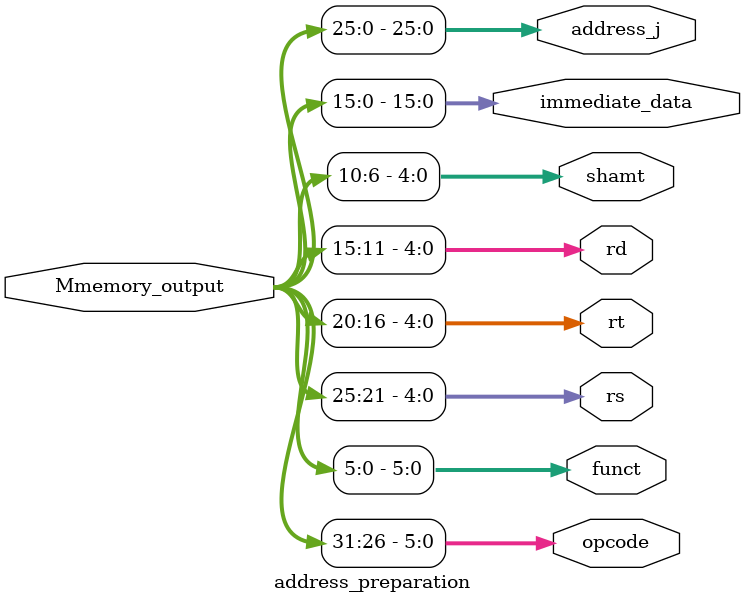
<source format=v>
module address_preparation
(
	input [31:0] Mmemory_output,	//rom instruction content
	
	output [5:0] opcode, 
	output [5: 0]funct, 		//select the function
	output [4 : 0]rs,		 	//source 1
	output [4 : 0]rt,		 	//source 2
	output [4 : 0]rd,		  	//Destination: 15:11 bit (R type)
	output [4:0] shamt,			//Shamt field for R type instruction
	output [15:0] immediate_data, //immediate field for I instruction
	output [25:0] address_j		//address field for J instruction
);

/**************************************************
   31    26|25  21|20  16|15  11|10      6|5     0|
   ------------------------------------------------
R:	|opcode|  rs  |  rt  |  rd  |  shamt  | funct |
I:	|opcode|  rs  |  rt  |     immediate 		  |
J:	|opcode|			address					  |
 **************************************************/
assign opcode 	= Mmemory_output[31:26];	
assign rs 		= Mmemory_output[25:21];
assign rt 		= Mmemory_output[20:16];
assign rd 		= Mmemory_output[15:11];
assign shamt 	= Mmemory_output[10:6 ];
assign funct 	= Mmemory_output[ 5:0 ];
assign address_j= Mmemory_output[25:0 ];
assign immediate_data = Mmemory_output[15:0];




endmodule
</source>
